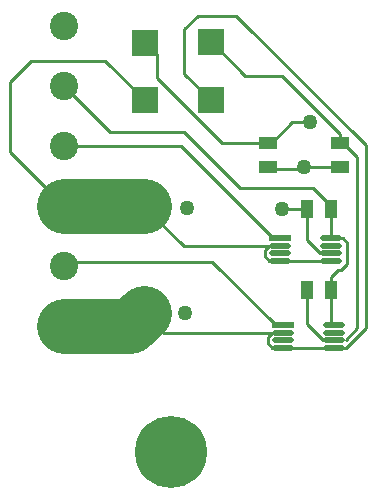
<source format=gtl>
G04*
G04 #@! TF.GenerationSoftware,Altium Limited,Altium Designer,20.1.10 (176)*
G04*
G04 Layer_Physical_Order=1*
G04 Layer_Color=255*
%FSLAX24Y24*%
%MOIN*%
G70*
G04*
G04 #@! TF.SameCoordinates,434D76CE-413E-4709-B596-876F764042CA*
G04*
G04*
G04 #@! TF.FilePolarity,Positive*
G04*
G01*
G75*
%ADD10C,0.0100*%
G04:AMPARAMS|DCode=17|XSize=72.5mil|YSize=19.5mil|CornerRadius=9.7mil|HoleSize=0mil|Usage=FLASHONLY|Rotation=0.000|XOffset=0mil|YOffset=0mil|HoleType=Round|Shape=RoundedRectangle|*
%AMROUNDEDRECTD17*
21,1,0.0725,0.0000,0,0,0.0*
21,1,0.0530,0.0195,0,0,0.0*
1,1,0.0195,0.0265,0.0000*
1,1,0.0195,-0.0265,0.0000*
1,1,0.0195,-0.0265,0.0000*
1,1,0.0195,0.0265,0.0000*
%
%ADD17ROUNDEDRECTD17*%
%ADD18R,0.0725X0.0195*%
%ADD25R,0.0600X0.0400*%
%ADD26R,0.0890X0.0850*%
%ADD27R,0.0400X0.0600*%
%ADD28C,0.1840*%
%ADD29C,0.2400*%
%ADD30C,0.0945*%
%ADD31R,0.0945X0.0945*%
%ADD32R,0.0502X0.0502*%
%ADD33C,0.0502*%
%ADD34C,0.0500*%
D10*
X22150Y36250D02*
X23950Y34450D01*
X22150Y36250D02*
Y38600D01*
X22850Y39300D01*
X25301D01*
X30882Y30228D02*
X31250D01*
X27922Y33128D02*
X31150D01*
X28400Y40800D02*
X29680D01*
X34000Y36480D01*
X29984Y38800D02*
X31200D01*
X33150Y36850D01*
X27950Y40350D02*
X28400Y40800D01*
X28830Y37985D02*
X28850D01*
X27950Y38866D02*
X28830Y37985D01*
X27950Y38866D02*
Y40350D01*
X29203Y36550D02*
X30750D01*
X30800Y36500D01*
X31550Y37250D01*
X32150D01*
X31950Y35750D02*
X33150D01*
X26630Y37971D02*
X26650D01*
X25301Y39300D02*
X26630Y37971D01*
X33713Y30375D02*
Y36087D01*
X33150Y36550D02*
X33250D01*
X33713Y36087D01*
X33150Y36550D02*
Y36850D01*
X28850Y39915D02*
X28870D01*
X29984Y38800D01*
X30961Y32616D02*
X31150D01*
X30917Y32572D02*
X30961Y32616D01*
X26650Y34400D02*
X27922Y33128D01*
X23950Y36450D02*
X27819D01*
X30885Y33384D02*
X31150D01*
X27819Y36450D02*
X30885Y33384D01*
X27045Y38708D02*
X29203Y36550D01*
X27045Y38708D02*
Y39525D01*
X26670Y39900D02*
X27045Y39525D01*
X26650Y39900D02*
X26670D01*
X31050Y35700D02*
X31900D01*
X31200Y34350D02*
X32050D01*
X32250Y35050D02*
X32850Y34450D01*
X29800Y35050D02*
X32250D01*
X23950Y38450D02*
X25481Y36919D01*
X27931D01*
X29800Y35050D01*
X33057Y32307D02*
X33156D01*
X33363Y32514D02*
Y33230D01*
X32850Y32100D02*
X33057Y32307D01*
X33218Y33375D02*
X33363Y33230D01*
X32859Y33375D02*
X33218D01*
X32850Y31650D02*
Y32100D01*
Y33384D02*
X32859Y33375D01*
X32850Y31650D02*
X32850Y31650D01*
X33156Y32307D02*
X33363Y32514D01*
X32050Y33314D02*
Y34350D01*
Y33314D02*
X32483Y32881D01*
X32842D01*
X32850Y32872D01*
Y33384D02*
Y34450D01*
X32850Y30528D02*
Y31650D01*
Y30528D02*
X32894Y30484D01*
X32950D01*
X32050Y31250D02*
Y31650D01*
X32050Y31250D02*
X32050Y31250D01*
X32050Y30514D02*
Y31250D01*
Y30514D02*
X32583Y29981D01*
X32942D02*
X32950Y29972D01*
X32583Y29981D02*
X32942D01*
X26600Y30900D02*
X27272Y30228D01*
X30882D01*
X30637Y32975D02*
X30782Y33119D01*
X30985Y30484D02*
X31250D01*
X28869Y32600D02*
X30985Y30484D01*
X24100Y32600D02*
X28869D01*
X23950Y32450D02*
X24100Y32600D01*
X26600Y34450D02*
X26650Y34400D01*
X32950Y29716D02*
X32959Y29725D01*
X33345D01*
X34000Y30380D01*
Y36480D01*
X33318Y29981D02*
X33713Y30375D01*
X31150Y32616D02*
X32850D01*
X31250Y29716D02*
X32950D01*
X30637Y32770D02*
Y32975D01*
Y32770D02*
X30782Y32625D01*
X31241Y30219D02*
X31250Y30228D01*
X30882Y30219D02*
X31241D01*
X30737Y30075D02*
X30882Y30219D01*
X30737Y29870D02*
Y30075D01*
Y29870D02*
X30882Y29725D01*
X31241D01*
X31250Y29716D01*
D17*
X32850Y33384D02*
D03*
Y33128D02*
D03*
Y32872D02*
D03*
Y32616D02*
D03*
X31150D02*
D03*
Y32872D02*
D03*
Y33128D02*
D03*
X32950Y30484D02*
D03*
Y30228D02*
D03*
Y29972D02*
D03*
Y29716D02*
D03*
X31250D02*
D03*
Y29972D02*
D03*
Y30228D02*
D03*
D18*
X31150Y33384D02*
D03*
X31250Y30484D02*
D03*
D25*
X33150Y35750D02*
D03*
Y36550D02*
D03*
X30750Y35750D02*
D03*
Y36550D02*
D03*
D26*
X28850Y37985D02*
D03*
Y39915D02*
D03*
X26650Y37971D02*
D03*
Y39900D02*
D03*
D27*
X32050Y34350D02*
D03*
X32850D02*
D03*
X32050Y31650D02*
D03*
X32850D02*
D03*
D28*
X23950Y34450D02*
X26600D01*
X23950Y30450D02*
X26150D01*
X26600Y30900D01*
D29*
X27500Y26250D02*
D03*
D30*
X23950Y40450D02*
D03*
Y38450D02*
D03*
Y36450D02*
D03*
Y34450D02*
D03*
Y32450D02*
D03*
D31*
Y30450D02*
D03*
D32*
X26650Y34400D02*
D03*
X26600Y30900D02*
D03*
D33*
X28028Y34400D02*
D03*
X27978Y30900D02*
D03*
D34*
X31950Y35750D02*
D03*
X32150Y37250D02*
D03*
X31200Y34350D02*
D03*
M02*

</source>
